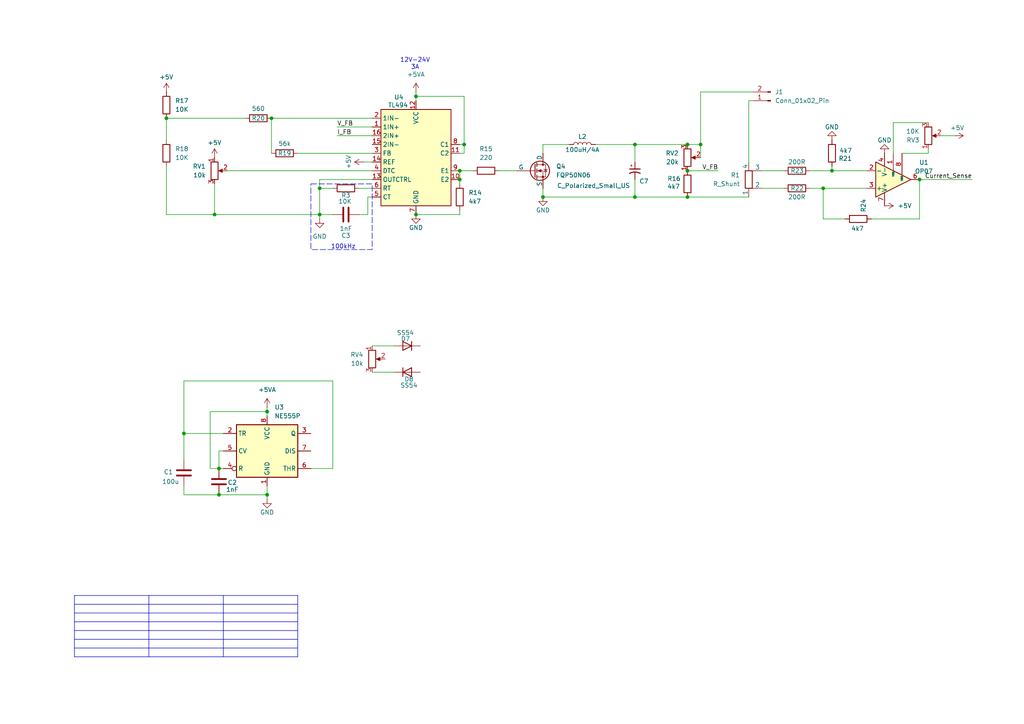
<source format=kicad_sch>
(kicad_sch (version 20250114) (generator "eeschema") (generator_version "9.0")
  (paper "A4")
  (lib_symbols
    (symbol "Amplifier_Operational:OP07" (pin_names (offset 0.127))
      (property "Reference" "U" (at 1.27 6.35 0))
      (property "Value" "OP07" (at 1.27 3.81 0))
      (symbol "OP07_0_1"
        (polyline (pts (xy -5.08 5.08) (xy 5.08 0) (xy -5.08 -5.08) (xy -5.08 5.08)) (stroke (width 0.254)) (fill (type background)))
      )
      (symbol "OP07_1_1"
        (pin input line (at -7.62 2.54 0) (length 2.54) (name "+") (number "3"))
        (pin input line (at -7.62 -2.54 0) (length 2.54) (name "-") (number "2"))
        (pin power_in line (at -2.54 7.62 270) (length 3.81) (name "V+") (number "7"))
        (pin power_in line (at -2.54 -7.62 90) (length 3.81) (name "V-") (number "4"))
        (pin no_connect line (at 0 2.54 270) (length 2.54) (hide yes) (name "NC") (number "5"))
        (pin input line (at 0 -7.62 90) (length 5.08) (name "VOS") (number "1"))
        (pin input line (at 2.54 -7.62 90) (length 6.35) (name "VOS") (number "8"))
        (pin output line (at 7.62 0 180) (length 2.54) (name "~") (number "6"))
      )
    )
    (symbol "Connector:Conn_01x02_Pin" (pin_names (offset 1.016) (hide yes))
      (property "Reference" "J" (at 0 2.54 0))
      (property "Value" "Conn_01x02_Pin" (at 0 -5.08 0))
      (symbol "Conn_01x02_Pin_1_1"
        (rectangle (start 0.8636 0.127) (end 0 -0.127) (stroke (width 0.1524)) (fill (type outline)))
        (rectangle (start 0.8636 -2.413) (end 0 -2.667) (stroke (width 0.1524)) (fill (type outline)))
        (polyline (pts (xy 1.27 0) (xy 0.8636 0)) (stroke (width 0.1524)))
        (polyline (pts (xy 1.27 -2.54) (xy 0.8636 -2.54)) (stroke (width 0.1524)))
        (pin passive line (at 5.08 0 180) (length 3.81) (name "Pin_1") (number "1"))
        (pin passive line (at 5.08 -2.54 180) (length 3.81) (name "Pin_2") (number "2"))
      )
    )
    (symbol "Device:C" (pin_numbers (hide yes)) (pin_names (offset 0.254))
      (property "Reference" "C" (at 0.635 2.54 0))
      (property "Value" "C" (at 0.635 -2.54 0))
      (symbol "C_0_1"
        (polyline (pts (xy -2.032 0.762) (xy 2.032 0.762)) (stroke (width 0.508)))
        (polyline (pts (xy -2.032 -0.762) (xy 2.032 -0.762)) (stroke (width 0.508)))
      )
      (symbol "C_1_1"
        (pin passive line (at 0 3.81 270) (length 2.794) (name "~") (number "1"))
        (pin passive line (at 0 -3.81 90) (length 2.794) (name "~") (number "2"))
      )
    )
    (symbol "Device:C_Polarized_Small_US" (pin_numbers (hide yes)) (pin_names (offset 0.254) (hide yes))
      (property "Reference" "C" (at 0.254 1.778 0))
      (property "Value" "C_Polarized_Small_US" (at 0.254 -2.032 0))
      (symbol "C_Polarized_Small_US_0_1"
        (polyline (pts (xy -1.524 0.508) (xy 1.524 0.508)) (stroke (width 0.3048)))
        (polyline (pts (xy -1.27 1.524) (xy -0.762 1.524)))
        (polyline (pts (xy -1.016 1.27) (xy -1.016 1.778)))
        (arc (start -1.524 -0.762) (mid 0 -0.3734) (end 1.524 -0.762) (stroke (width 0.3048)))
      )
      (symbol "C_Polarized_Small_US_1_1"
        (pin passive line (at 0 2.54 270) (length 2.032) (name "~") (number "1"))
        (pin passive line (at 0 -2.54 90) (length 2.032) (name "~") (number "2"))
      )
    )
    (symbol "Device:D" (pin_numbers (hide yes)) (pin_names (offset 1.016) (hide yes))
      (property "Reference" "D" (at 0 2.54 0))
      (property "Value" "D" (at 0 -2.54 0))
      (symbol "D_0_1"
        (polyline (pts (xy -1.27 1.27) (xy -1.27 -1.27)) (stroke (width 0.254)))
        (polyline (pts (xy 1.27 1.27) (xy 1.27 -1.27) (xy -1.27 0) (xy 1.27 1.27)) (stroke (width 0.254)))
        (polyline (pts (xy 1.27 0) (xy -1.27 0)))
      )
      (symbol "D_1_1"
        (pin passive line (at -3.81 0 0) (length 2.54) (name "K") (number "1"))
        (pin passive line (at 3.81 0 180) (length 2.54) (name "A") (number "2"))
      )
    )
    (symbol "Device:L" (pin_numbers (hide yes)) (pin_names (offset 1.016) (hide yes))
      (property "Reference" "L" (at -1.27 0 90))
      (property "Value" "L" (at 1.905 0 90))
      (symbol "L_0_1"
        (arc (start 0 2.54) (mid 0.6323 1.905) (end 0 1.27))
        (arc (start 0 1.27) (mid 0.6323 0.635) (end 0 0))
        (arc (start 0 0) (mid 0.6323 -0.635) (end 0 -1.27))
        (arc (start 0 -1.27) (mid 0.6323 -1.905) (end 0 -2.54))
      )
      (symbol "L_1_1"
        (pin passive line (at 0 3.81 270) (length 1.27) (name "1") (number "1"))
        (pin passive line (at 0 -3.81 90) (length 1.27) (name "2") (number "2"))
      )
    )
    (symbol "Device:R" (pin_numbers (hide yes)) (pin_names (offset 0))
      (property "Reference" "R" (at 2.032 0 90))
      (property "Value" "R" (at 0 0 90))
      (symbol "R_0_1"
        (rectangle (start -1.016 -2.54) (end 1.016 2.54) (stroke (width 0.254)))
      )
      (symbol "R_1_1"
        (pin passive line (at 0 3.81 270) (length 1.27) (name "~") (number "1"))
        (pin passive line (at 0 -3.81 90) (length 1.27) (name "~") (number "2"))
      )
    )
    (symbol "Device:R_Potentiometer" (pin_names (offset 1.016) (hide yes))
      (property "Reference" "RV" (at -4.445 0 90))
      (property "Value" "R_Potentiometer" (at -2.54 0 90))
      (symbol "R_Potentiometer_0_1"
        (rectangle (start 1.016 2.54) (end -1.016 -2.54) (stroke (width 0.254)))
        (polyline (pts (xy 1.143 0) (xy 2.286 0.508) (xy 2.286 -0.508) (xy 1.143 0)) (fill (type outline)))
        (polyline (pts (xy 2.54 0) (xy 1.524 0)))
      )
      (symbol "R_Potentiometer_1_1"
        (pin passive line (at 0 3.81 270) (length 1.27) (name "1") (number "1"))
        (pin passive line (at 0 -3.81 90) (length 1.27) (name "3") (number "3"))
        (pin passive line (at 3.81 0 180) (length 1.27) (name "2") (number "2"))
      )
    )
    (symbol "Device:R_Shunt" (pin_numbers (hide yes)) (pin_names (offset 0))
      (property "Reference" "R" (at -4.445 0 90))
      (property "Value" "R_Shunt" (at -2.54 0 90))
      (symbol "R_Shunt_0_1"
        (rectangle (start -1.016 -2.54) (end 1.016 2.54) (stroke (width 0.254)))
        (polyline (pts (xy 0 -2.54) (xy 1.27 -2.54)))
        (polyline (pts (xy 1.27 2.54) (xy 0 2.54)))
      )
      (symbol "R_Shunt_1_1"
        (pin passive line (at 0 5.08 270) (length 2.54) (name "1") (number "1"))
        (pin passive line (at 0 -5.08 90) (length 2.54) (name "4") (number "4"))
        (pin passive line (at 3.81 2.54 180) (length 2.54) (name "2") (number "2"))
        (pin passive line (at 3.81 -2.54 180) (length 2.54) (name "3") (number "3"))
      )
    )
    (symbol "Regulator_Controller:TL494"
      (property "Reference" "U" (at 3.81 19.05 0))
      (property "Value" "TL494" (at 3.81 16.51 0))
      (symbol "TL494_0_1"
        (rectangle (start -10.16 -12.7) (end 10.16 15.24) (stroke (width 0.254)) (fill (type background)))
      )
      (symbol "TL494_1_1"
        (pin input line (at -12.7 12.7 0) (length 2.54) (name "1IN-") (number "2"))
        (pin input line (at -12.7 10.16 0) (length 2.54) (name "1IN+") (number "1"))
        (pin input line (at -12.7 7.62 0) (length 2.54) (name "2IN+") (number "16"))
        (pin input line (at -12.7 5.08 0) (length 2.54) (name "2IN-") (number "15"))
        (pin output line (at -12.7 2.54 0) (length 2.54) (name "FB") (number "3"))
        (pin power_out line (at -12.7 0 0) (length 2.54) (name "REF") (number "14"))
        (pin input line (at -12.7 -2.54 0) (length 2.54) (name "DTC") (number "4"))
        (pin input line (at -12.7 -5.08 0) (length 2.54) (name "OUTCTRL") (number "13"))
        (pin passive line (at -12.7 -7.62 0) (length 2.54) (name "RT") (number "6"))
        (pin passive line (at -12.7 -10.16 0) (length 2.54) (name "CT") (number "5"))
        (pin power_in line (at 0 17.78 270) (length 2.54) (name "VCC") (number "12"))
        (pin power_in line (at 0 -15.24 90) (length 2.54) (name "GND") (number "7"))
        (pin passive line (at 12.7 5.08 180) (length 2.54) (name "C1") (number "8"))
        (pin passive line (at 12.7 2.54 180) (length 2.54) (name "C2") (number "11"))
        (pin passive line (at 12.7 -2.54 180) (length 2.54) (name "E1") (number "9"))
        (pin passive line (at 12.7 -5.08 180) (length 2.54) (name "E2") (number "10"))
      )
    )
    (symbol "Simulation_SPICE:NMOS" (pin_numbers (hide yes)) (pin_names (offset 0))
      (property "Reference" "Q" (at 5.08 1.27 0))
      (property "Value" "NMOS" (at 5.08 -1.27 0))
      (symbol "NMOS_0_1"
        (polyline (pts (xy 0.254 1.905) (xy 0.254 -1.905)) (stroke (width 0.254)))
        (polyline (pts (xy 0.254 0) (xy -2.54 0)))
        (polyline (pts (xy 0.762 2.286) (xy 0.762 1.27)) (stroke (width 0.254)))
        (polyline (pts (xy 0.762 0.508) (xy 0.762 -0.508)) (stroke (width 0.254)))
        (polyline (pts (xy 0.762 -1.27) (xy 0.762 -2.286)) (stroke (width 0.254)))
        (polyline (pts (xy 0.762 -1.778) (xy 3.302 -1.778) (xy 3.302 1.778) (xy 0.762 1.778)))
        (polyline (pts (xy 1.016 0) (xy 2.032 0.381) (xy 2.032 -0.381) (xy 1.016 0)) (fill (type outline)))
        (circle (center 1.651 0) (radius 2.794) (stroke (width 0.254)))
        (polyline (pts (xy 2.54 2.54) (xy 2.54 1.778)))
        (circle (center 2.54 1.778) (radius 0.254) (fill (type outline)))
        (circle (center 2.54 -1.778) (radius 0.254) (fill (type outline)))
        (polyline (pts (xy 2.54 -2.54) (xy 2.54 0) (xy 0.762 0)))
        (polyline (pts (xy 2.794 0.508) (xy 2.921 0.381) (xy 3.683 0.381) (xy 3.81 0.254)))
        (polyline (pts (xy 3.302 0.381) (xy 2.921 -0.254) (xy 3.683 -0.254) (xy 3.302 0.381)))
      )
      (symbol "NMOS_1_1"
        (pin input line (at -5.08 0 0) (length 2.54) (name "G") (number "2"))
        (pin passive line (at 2.54 5.08 270) (length 2.54) (name "D") (number "1"))
        (pin passive line (at 2.54 -5.08 90) (length 2.54) (name "S") (number "3"))
      )
    )
    (symbol "Timer:NE555P"
      (property "Reference" "U" (at -10.16 8.89 0))
      (property "Value" "NE555P" (at 2.54 8.89 0))
      (symbol "NE555P_0_0"
        (pin power_in line (at 0 10.16 270) (length 2.54) (name "VCC") (number "8"))
        (pin power_in line (at 0 -10.16 90) (length 2.54) (name "GND") (number "1"))
      )
      (symbol "NE555P_0_1"
        (rectangle (start -8.89 -7.62) (end 8.89 7.62) (stroke (width 0.254)) (fill (type background)))
        (rectangle (start -8.89 -7.62) (end 8.89 7.62) (stroke (width 0.254)) (fill (type background)))
      )
      (symbol "NE555P_1_1"
        (pin input line (at -12.7 5.08 0) (length 3.81) (name "TR") (number "2"))
        (pin input line (at -12.7 0 0) (length 3.81) (name "CV") (number "5"))
        (pin input inverted (at -12.7 -5.08 0) (length 3.81) (name "R") (number "4"))
        (pin output line (at 12.7 5.08 180) (length 3.81) (name "Q") (number "3"))
        (pin input line (at 12.7 0 180) (length 3.81) (name "DIS") (number "7"))
        (pin input line (at 12.7 -5.08 180) (length 3.81) (name "THR") (number "6"))
      )
    )
    (symbol "power:+5V" (power) (pin_numbers (hide yes)) (pin_names (offset 0) (hide yes))
      (property "Value" "+5V" (at 0 3.556 0))
      (symbol "+5V_0_1"
        (polyline (pts (xy -0.762 1.27) (xy 0 2.54)))
        (polyline (pts (xy 0 2.54) (xy 0.762 1.27)))
        (polyline (pts (xy 0 0) (xy 0 2.54)))
      )
      (symbol "+5V_1_1"
        (pin power_in line (at 0 0 90) (length 0) (name "~") (number "1"))
      )
    )
    (symbol "power:+5VA" (power) (pin_numbers (hide yes)) (pin_names (offset 0) (hide yes))
      (property "Value" "+5VA" (at 0 3.556 0))
      (symbol "+5VA_0_1"
        (polyline (pts (xy -0.762 1.27) (xy 0 2.54)))
        (polyline (pts (xy 0 2.54) (xy 0.762 1.27)))
        (polyline (pts (xy 0 0) (xy 0 2.54)))
      )
      (symbol "+5VA_1_1"
        (pin power_in line (at 0 0 90) (length 0) (name "~") (number "1"))
      )
    )
    (symbol "power:GND" (power) (pin_numbers (hide yes)) (pin_names (offset 0) (hide yes))
      (property "Value" "GND" (at 0 -3.81 0))
      (symbol "GND_0_1"
        (polyline (pts (xy 0 0) (xy 0 -1.27) (xy 1.27 -1.27) (xy 0 -2.54) (xy -1.27 -1.27) (xy 0 -1.27)))
      )
      (symbol "GND_1_1"
        (pin power_in line (at 0 0 270) (length 0) (name "~") (number "1"))
      )
    )
  )
  (rectangle (start 90.17 53.34) (end 107.95 72.39) (stroke (width 0) (type dash)))
  (text "100kHz" (at 99.568 71.628 0) (effects (font (size 1.27 1.27))))
  (text "12V-24V\n3A\n" (at 120.396 18.542 0) (effects (font (size 1.27 1.27))))
  (junction (at 199.39 41.91))
  (junction (at 133.35 52.07))
  (junction (at 184.15 57.15))
  (junction (at 133.35 49.53))
  (junction (at 78.74 34.29))
  (junction (at 238.76 54.61))
  (junction (at 266.7 52.07))
  (junction (at 92.71 54.61))
  (junction (at 199.39 49.53))
  (junction (at 48.26 34.29))
  (junction (at 120.65 27.94))
  (junction (at 53.34 125.73))
  (junction (at 120.65 62.23))
  (junction (at 241.3 49.53))
  (junction (at 203.2 41.91))
  (junction (at 157.48 57.15))
  (junction (at 199.39 57.15))
  (junction (at 77.47 143.51))
  (junction (at 184.15 41.91))
  (junction (at 62.23 62.23))
  (junction (at 134.62 41.91))
  (junction (at 92.71 62.23))
  (junction (at 63.5 143.51))
  (junction (at 77.47 119.38))
  (junction (at 63.5 135.89))
  (wire (pts (xy 78.74 34.29) (xy 107.95 34.29)))
  (wire (pts (xy 276.86 39.37) (xy 273.05 39.37)))
  (wire (pts (xy 104.14 54.61) (xy 107.95 54.61)))
  (wire (pts (xy 120.65 27.94) (xy 120.65 29.21)))
  (wire (pts (xy 266.7 63.5) (xy 266.7 52.07)))
  (wire (pts (xy 48.26 48.26) (xy 48.26 62.23)))
  (wire (pts (xy 259.08 44.45) (xy 259.08 35.56)))
  (wire (pts (xy 63.5 130.81) (xy 63.5 135.89)))
  (wire (pts (xy 241.3 49.53) (xy 234.95 49.53)))
  (wire (pts (xy 96.52 54.61) (xy 92.71 54.61)))
  (wire (pts (xy 157.48 54.61) (xy 157.48 57.15)))
  (wire (pts (xy 238.76 54.61) (xy 234.95 54.61)))
  (wire (pts (xy 60.96 135.89) (xy 60.96 119.38)))
  (wire (pts (xy 134.62 27.94) (xy 120.65 27.94)))
  (wire (pts (xy 172.72 41.91) (xy 184.15 41.91)))
  (wire (pts (xy 78.74 34.29) (xy 78.74 44.45)))
  (wire (pts (xy 48.26 34.29) (xy 71.12 34.29)))
  (wire (pts (xy 77.47 144.78) (xy 77.47 143.51)))
  (wire (pts (xy 53.34 140.97) (xy 53.34 143.51)))
  (wire (pts (xy 62.23 62.23) (xy 92.71 62.23)))
  (wire (pts (xy 64.77 130.81) (xy 63.5 130.81)))
  (wire (pts (xy 107.95 107.95) (xy 114.3 107.95)))
  (wire (pts (xy 53.34 110.49) (xy 53.34 125.73)))
  (wire (pts (xy 53.34 143.51) (xy 63.5 143.51)))
  (wire (pts (xy 96.52 110.49) (xy 53.34 110.49)))
  (wire (pts (xy 133.35 52.07) (xy 133.35 53.34)))
  (wire (pts (xy 220.98 49.53) (xy 227.33 49.53)))
  (wire (pts (xy 157.48 41.91) (xy 165.1 41.91)))
  (wire (pts (xy 245.11 63.5) (xy 238.76 63.5)))
  (wire (pts (xy 199.39 57.15) (xy 217.17 57.15)))
  (wire (pts (xy 133.35 49.53) (xy 137.16 49.53)))
  (wire (pts (xy 63.5 135.89) (xy 60.96 135.89)))
  (wire (pts (xy 203.2 41.91) (xy 199.39 41.91)))
  (wire (pts (xy 133.35 62.23) (xy 120.65 62.23)))
  (wire (pts (xy 63.5 143.51) (xy 77.47 143.51)))
  (wire (pts (xy 48.26 34.29) (xy 48.26 40.64)))
  (wire (pts (xy 90.17 135.89) (xy 96.52 135.89)))
  (wire (pts (xy 66.04 49.53) (xy 107.95 49.53)))
  (wire (pts (xy 217.17 29.21) (xy 217.17 46.99)))
  (wire (pts (xy 269.24 44.45) (xy 261.62 44.45)))
  (wire (pts (xy 203.2 26.67) (xy 203.2 41.91)))
  (wire (pts (xy 269.24 44.45) (xy 269.24 43.18)))
  (wire (pts (xy 77.47 119.38) (xy 77.47 120.65)))
  (wire (pts (xy 252.73 63.5) (xy 266.7 63.5)))
  (wire (pts (xy 104.14 62.23) (xy 106.68 62.23)))
  (wire (pts (xy 184.15 57.15) (xy 199.39 57.15)))
  (wire (pts (xy 134.62 41.91) (xy 133.35 41.91)))
  (wire (pts (xy 220.98 54.61) (xy 227.33 54.61)))
  (wire (pts (xy 134.62 41.91) (xy 134.62 44.45)))
  (wire (pts (xy 53.34 125.73) (xy 64.77 125.73)))
  (wire (pts (xy 251.46 49.53) (xy 241.3 49.53)))
  (wire (pts (xy 96.52 62.23) (xy 92.71 62.23)))
  (wire (pts (xy 281.94 52.07) (xy 266.7 52.07)))
  (wire (pts (xy 218.44 29.21) (xy 217.17 29.21)))
  (wire (pts (xy 92.71 52.07) (xy 92.71 54.61)))
  (wire (pts (xy 184.15 52.07) (xy 184.15 57.15)))
  (wire (pts (xy 86.36 44.45) (xy 107.95 44.45)))
  (wire (pts (xy 203.2 45.72) (xy 203.2 41.91)))
  (wire (pts (xy 203.2 26.67) (xy 218.44 26.67)))
  (wire (pts (xy 96.52 135.89) (xy 96.52 110.49)))
  (wire (pts (xy 105.41 46.99) (xy 107.95 46.99)))
  (wire (pts (xy 106.68 57.15) (xy 107.95 57.15)))
  (wire (pts (xy 184.15 41.91) (xy 199.39 41.91)))
  (wire (pts (xy 157.48 44.45) (xy 157.48 41.91)))
  (wire (pts (xy 184.15 57.15) (xy 157.48 57.15)))
  (wire (pts (xy 120.65 26.67) (xy 120.65 27.94)))
  (wire (pts (xy 77.47 118.11) (xy 77.47 119.38)))
  (wire (pts (xy 48.26 62.23) (xy 62.23 62.23)))
  (wire (pts (xy 92.71 62.23) (xy 92.71 63.5)))
  (wire (pts (xy 134.62 27.94) (xy 134.62 41.91)))
  (wire (pts (xy 97.79 36.83) (xy 107.95 36.83)))
  (wire (pts (xy 97.79 39.37) (xy 107.95 39.37)))
  (wire (pts (xy 199.39 49.53) (xy 208.28 49.53)))
  (wire (pts (xy 62.23 53.34) (xy 62.23 62.23)))
  (wire (pts (xy 64.77 135.89) (xy 63.5 135.89)))
  (wire (pts (xy 114.3 100.33) (xy 107.95 100.33)))
  (wire (pts (xy 144.78 49.53) (xy 149.86 49.53)))
  (wire (pts (xy 133.35 62.23) (xy 133.35 60.96)))
  (wire (pts (xy 133.35 49.53) (xy 133.35 52.07)))
  (wire (pts (xy 259.08 35.56) (xy 269.24 35.56)))
  (wire (pts (xy 241.3 49.53) (xy 241.3 48.26)))
  (wire (pts (xy 184.15 41.91) (xy 184.15 46.99)))
  (wire (pts (xy 53.34 133.35) (xy 53.34 125.73)))
  (wire (pts (xy 238.76 63.5) (xy 238.76 54.61)))
  (wire (pts (xy 92.71 54.61) (xy 92.71 62.23)))
  (wire (pts (xy 134.62 44.45) (xy 133.35 44.45)))
  (wire (pts (xy 107.95 52.07) (xy 92.71 52.07)))
  (wire (pts (xy 106.68 62.23) (xy 106.68 57.15)))
  (wire (pts (xy 60.96 119.38) (xy 77.47 119.38)))
  (wire (pts (xy 77.47 143.51) (xy 77.47 140.97)))
  (wire (pts (xy 251.46 54.61) (xy 238.76 54.61)))
  (table (column_count 3) (border (external yes) (header yes) (stroke (width 1))) (separators (rows yes) (cols yes)) (column_widths 21.59 21.59 21.59) (row_heights 2.54 2.54 2.54 2.54 2.54 2.54 2.54) (cells (table_cell "" (at 21.59 172.72 0) (size 21.59 2.54) (margins 0.9525 0.9525 0.9525 0.9525) (span 1 1)) (table_cell "" (at 43.18 172.72 0) (size 21.59 2.54) (margins 0.9525 0.9525 0.9525 0.9525) (span 1 1)) (table_cell "" (at 64.77 172.72 0) (size 21.59 2.54) (margins 0.9525 0.9525 0.9525 0.9525) (span 1 1)) (table_cell "" (at 21.59 175.26 0) (size 21.59 2.54) (margins 0.9525 0.9525 0.9525 0.9525) (span 1 1)) (table_cell "" (at 43.18 175.26 0) (size 21.59 2.54) (margins 0.9525 0.9525 0.9525 0.9525) (span 1 1)) (table_cell "" (at 64.77 175.26 0) (size 21.59 2.54) (margins 0.9525 0.9525 0.9525 0.9525) (span 1 1)) (table_cell "" (at 21.59 177.8 0) (size 21.59 2.54) (margins 0.9525 0.9525 0.9525 0.9525) (span 1 1)) (table_cell "" (at 43.18 177.8 0) (size 21.59 2.54) (margins 0.9525 0.9525 0.9525 0.9525) (span 1 1)) (table_cell "" (at 64.77 177.8 0) (size 21.59 2.54) (margins 0.9525 0.9525 0.9525 0.9525) (span 1 1)) (table_cell "" (at 21.59 180.34 0) (size 21.59 2.54) (margins 0.9525 0.9525 0.9525 0.9525) (span 1 1)) (table_cell "" (at 43.18 180.34 0) (size 21.59 2.54) (margins 0.9525 0.9525 0.9525 0.9525) (span 1 1)) (table_cell "" (at 64.77 180.34 0) (size 21.59 2.54) (margins 0.9525 0.9525 0.9525 0.9525) (span 1 1)) (table_cell "" (at 21.59 182.88 0) (size 21.59 2.54) (margins 0.9525 0.9525 0.9525 0.9525) (span 1 1)) (table_cell "" (at 43.18 182.88 0) (size 21.59 2.54) (margins 0.9525 0.9525 0.9525 0.9525) (span 1 1)) (table_cell "" (at 64.77 182.88 0) (size 21.59 2.54) (margins 0.9525 0.9525 0.9525 0.9525) (span 1 1)) (table_cell "" (at 21.59 185.42 0) (size 21.59 2.54) (margins 0.9525 0.9525 0.9525 0.9525) (span 1 1)) (table_cell "" (at 43.18 185.42 0) (size 21.59 2.54) (margins 0.9525 0.9525 0.9525 0.9525) (span 1 1)) (table_cell "" (at 64.77 185.42 0) (size 21.59 2.54) (margins 0.9525 0.9525 0.9525 0.9525) (span 1 1)) (table_cell "" (at 21.59 187.96 0) (size 21.59 2.54) (margins 0.9525 0.9525 0.9525 0.9525) (span 1 1)) (table_cell "" (at 43.18 187.96 0) (size 21.59 2.54) (margins 0.9525 0.9525 0.9525 0.9525) (span 1 1)) (table_cell "" (at 64.77 187.96 0) (size 21.59 2.54) (margins 0.9525 0.9525 0.9525 0.9525) (span 1 1))))
  (label "V_FB" (at 208.28 49.53 180))
  (label "V_FB" (at 97.79 36.83 0))
  (label "Current_Sense" (at 281.94 52.07 180))
  (label "I_FB" (at 97.79 39.37 0))
  (symbol (lib_id "Simulation_SPICE:NMOS") (at 154.94 49.53 0) (unit 1)
    (property "Reference" "Q4" (at 161.29 48.2599 0) (effects (justify left)))
    (property "Value" "FQP50N06" (at 161.29 50.7999 0) (effects (justify left)))
    (property "Datasheet" "https://ngspice.sourceforge.io/docs/ngspice-html-manual/manual.xhtml#cha_MOSFETs" (effects (hide yes)))
    (property "Description" "N-MOSFET transistor, drain/source/gate" (effects (hide yes)))
    (property "Sim.Device" "NMOS" (effects (hide yes)))
    (property "Sim.Type" "VDMOS" (effects (hide yes)))
    (property "Sim.Pins" "1=D 2=G 3=S" (effects (hide yes)))
  )
  (symbol (lib_id "Device:R") (at 248.92 63.5 270) (unit 1)
    (property "Reference" "R24" (at 250.444 57.658 0) (effects (justify left)))
    (property "Value" "4k7" (at 246.888 66.294 90) (effects (justify left)))
    (property "Description" "Resistor" (effects (hide yes)))
  )
  (symbol (lib_id "Device:R") (at 74.93 34.29 90) (unit 1)
    (property "Reference" "R20" (at 74.93 34.29 90))
    (property "Value" "560" (at 74.93 31.496 90))
    (property "Description" "Resistor" (effects (hide yes)))
  )
  (symbol (lib_id "Device:D") (at 118.11 100.33 180) (unit 1)
    (property "Reference" "D7" (at 117.602 98.298 0))
    (property "Value" "SS54" (at 117.602 96.52 0))
    (property "Description" "Diode" (effects (hide yes)))
    (property "Sim.Device" "D" (effects (hide yes)))
    (property "Sim.Pins" "1=K 2=A" (effects (hide yes)))
  )
  (symbol (lib_id "Device:R_Shunt") (at 217.17 52.07 0) (mirror x) (unit 1)
    (property "Reference" "R1" (at 214.63 50.7999 0) (effects (justify right)))
    (property "Value" "R_Shunt" (at 214.63 53.3399 0) (effects (justify right)))
    (property "Description" "Shunt resistor" (effects (hide yes)))
  )
  (symbol (lib_id "Amplifier_Operational:OP07") (at 259.08 52.07 0) (mirror x) (unit 1)
    (property "Reference" "U1" (at 267.97 47.1168 0))
    (property "Value" "OP07" (at 267.97 49.6568 0))
    (property "Datasheet" "https://www.analog.com/media/en/technical-documentation/data-sheets/OP07.pdf" (effects (hide yes)))
    (property "Description" "Single Ultra-Low Offset Voltage Operational Amplifier, DIP-8/SOIC-8" (effects (hide yes)))
  )
  (symbol (lib_id "Device:R_Potentiometer") (at 269.24 39.37 0) (mirror x) (unit 1)
    (property "Reference" "RV3" (at 266.7 40.6401 0) (effects (justify right)))
    (property "Value" "10K" (at 266.7 38.1001 0) (effects (justify right)))
    (property "Description" "Potentiometer" (effects (hide yes)))
  )
  (symbol (lib_id "power:GND") (at 241.3 40.64 180) (unit 1)
    (property "Reference" "#PWR014" (effects (hide yes)))
    (property "Value" "GND" (at 241.3 36.83 0))
    (property "Description" "Power symbol creates a global label with name \"GND\" , ground" (effects (hide yes)))
  )
  (symbol (lib_id "Device:R") (at 231.14 49.53 90) (mirror x) (unit 1)
    (property "Reference" "R23" (at 233.172 49.53 90) (effects (justify left)))
    (property "Value" "200R" (at 233.68 46.99 90) (effects (justify left)))
    (property "Description" "Resistor" (effects (hide yes)))
  )
  (symbol (lib_id "power:+5V") (at 256.54 59.69 270) (unit 1)
    (property "Reference" "#PWR01" (effects (hide yes)))
    (property "Value" "+5V" (at 260.35 59.6901 90) (effects (justify left)))
    (property "Description" "Power symbol creates a global label with name \"+5V\"" (effects (hide yes)))
  )
  (symbol (lib_id "Device:R_Potentiometer") (at 107.95 104.14 0) (unit 1)
    (property "Reference" "RV4" (at 105.41 102.8699 0) (effects (justify right)))
    (property "Value" "10k" (at 105.41 105.4099 0) (effects (justify right)))
    (property "Description" "Potentiometer" (effects (hide yes)))
  )
  (symbol (lib_id "power:+5VA") (at 120.65 26.67 0) (unit 1)
    (property "Reference" "#PWR04" (effects (hide yes)))
    (property "Value" "+5VA" (at 120.65 21.59 0))
    (property "Description" "Power symbol creates a global label with name \"+5VA\"" (effects (hide yes)))
  )
  (symbol (lib_id "power:+5VA") (at 77.47 118.11 0) (unit 1)
    (property "Reference" "#PWR03" (effects (hide yes)))
    (property "Value" "+5VA" (at 77.47 113.03 0))
    (property "Description" "Power symbol creates a global label with name \"+5VA\"" (effects (hide yes)))
  )
  (symbol (lib_id "power:GND") (at 157.48 57.15 0) (unit 1)
    (property "Reference" "#PWR011" (effects (hide yes)))
    (property "Value" "GND" (at 157.48 60.96 0))
    (property "Description" "Power symbol creates a global label with name \"GND\" , ground" (effects (hide yes)))
  )
  (symbol (lib_id "Device:R") (at 231.14 54.61 90) (unit 1)
    (property "Reference" "R22" (at 233.172 54.61 90) (effects (justify left)))
    (property "Value" "200R" (at 233.68 57.15 90) (effects (justify left)))
    (property "Description" "Resistor" (effects (hide yes)))
  )
  (symbol (lib_id "Device:R") (at 48.26 44.45 0) (unit 1)
    (property "Reference" "R18" (at 50.8 43.1799 0) (effects (justify left)))
    (property "Value" "10K" (at 50.8 45.7199 0) (effects (justify left)))
    (property "Description" "Resistor" (effects (hide yes)))
  )
  (symbol (lib_id "power:+5V") (at 62.23 45.72 0) (unit 1)
    (property "Reference" "#PWR013" (effects (hide yes)))
    (property "Value" "+5V" (at 62.23 41.402 0))
    (property "Description" "Power symbol creates a global label with name \"+5V\"" (effects (hide yes)))
  )
  (symbol (lib_id "Timer:NE555P") (at 77.47 130.81 0) (unit 1)
    (property "Reference" "U3" (at 79.6133 118.11 0) (effects (justify left)))
    (property "Value" "NE555P" (at 79.6133 120.65 0) (effects (justify left)))
    (property "Footprint" "Package_DIP:DIP-8_W7.62mm" (effects (hide yes)))
    (property "Datasheet" "http://www.ti.com/lit/ds/symlink/ne555.pdf" (effects (hide yes)))
    (property "Description" "Precision Timers, 555 compatible,  PDIP-8" (effects (hide yes)))
  )
  (symbol (lib_id "Device:R_Potentiometer") (at 199.39 45.72 0) (mirror x) (unit 1)
    (property "Reference" "RV2" (at 196.85 44.4499 0) (effects (justify right)))
    (property "Value" "20k" (at 196.85 46.9899 0) (effects (justify right)))
    (property "Description" "Potentiometer" (effects (hide yes)))
  )
  (symbol (lib_id "Device:C_Polarized_Small_US") (at 184.15 49.53 0) (unit 1)
    (property "Reference" "C7" (at 185.42 52.578 0) (effects (justify left)))
    (property "Value" "C_Polarized_Small_US" (at 161.544 53.848 0) (effects (justify left)))
    (property "Description" "Polarized capacitor, small US symbol" (effects (hide yes)))
  )
  (symbol (lib_id "Device:C") (at 63.5 139.7 0) (unit 1)
    (property "Reference" "C2" (at 66.04 139.954 0) (effects (justify left)))
    (property "Value" "1nF" (at 65.532 141.986 0) (effects (justify left)))
    (property "Description" "Unpolarized capacitor" (effects (hide yes)))
  )
  (symbol (lib_id "Device:D") (at 118.11 107.95 0) (unit 1)
    (property "Reference" "D8" (at 118.618 109.982 0))
    (property "Value" "SS54" (at 118.618 111.76 0))
    (property "Description" "Diode" (effects (hide yes)))
    (property "Sim.Device" "D" (effects (hide yes)))
    (property "Sim.Pins" "1=K 2=A" (effects (hide yes)))
  )
  (symbol (lib_id "Device:R") (at 82.55 44.45 90) (unit 1)
    (property "Reference" "R19" (at 82.55 44.45 90))
    (property "Value" "56k" (at 82.55 41.656 90))
    (property "Description" "Resistor" (effects (hide yes)))
  )
  (symbol (lib_id "power:GND") (at 256.54 44.45 180) (unit 1)
    (property "Reference" "#PWR015" (effects (hide yes)))
    (property "Value" "GND" (at 256.54 40.64 0))
    (property "Description" "Power symbol creates a global label with name \"GND\" , ground" (effects (hide yes)))
  )
  (symbol (lib_id "Device:R") (at 100.33 54.61 90) (unit 1)
    (property "Reference" "R3" (at 100.33 56.642 90))
    (property "Value" "10K" (at 100.076 58.42 90))
    (property "Description" "Resistor" (effects (hide yes)))
  )
  (symbol (lib_id "power:GND") (at 92.71 63.5 0) (unit 1)
    (property "Reference" "#PWR05" (effects (hide yes)))
    (property "Value" "GND" (at 92.71 68.58 0))
    (property "Description" "Power symbol creates a global label with name \"GND\" , ground" (effects (hide yes)))
  )
  (symbol (lib_id "power:+5V") (at 276.86 39.37 270) (unit 1)
    (property "Reference" "#PWR02" (effects (hide yes)))
    (property "Value" "+5V" (at 275.59 37.084 90) (effects (justify left)))
    (property "Description" "Power symbol creates a global label with name \"+5V\"" (effects (hide yes)))
  )
  (symbol (lib_id "power:GND") (at 120.65 62.23 0) (unit 1)
    (property "Reference" "#PWR07" (effects (hide yes)))
    (property "Value" "GND" (at 120.65 66.04 0))
    (property "Description" "Power symbol creates a global label with name \"GND\" , ground" (effects (hide yes)))
  )
  (symbol (lib_id "power:+5V") (at 48.26 26.67 0) (unit 1)
    (property "Reference" "#PWR010" (effects (hide yes)))
    (property "Value" "+5V" (at 48.26 22.352 0))
    (property "Description" "Power symbol creates a global label with name \"+5V\"" (effects (hide yes)))
  )
  (symbol (lib_id "Device:R") (at 133.35 57.15 0) (unit 1)
    (property "Reference" "R14" (at 135.89 55.8799 0) (effects (justify left)))
    (property "Value" "4k7" (at 135.89 58.4199 0) (effects (justify left)))
    (property "Description" "Resistor" (effects (hide yes)))
  )
  (symbol (lib_id "Regulator_Controller:TL494") (at 120.65 46.99 0) (unit 1)
    (property "Reference" "U4" (at 114.3 28.194 0) (effects (justify left)))
    (property "Value" "TL494" (at 112.522 30.48 0) (effects (justify left)))
    (property "Datasheet" "http://www.ti.com/lit/ds/symlink/tl494.pdf" (effects (hide yes)))
    (property "Description" "Pulse-Width-Modulation Control Circuits, PDIP-16/SOIC-16/TSSOP-16" (effects (hide yes)))
  )
  (symbol (lib_id "Device:C") (at 100.33 62.23 90) (unit 1)
    (property "Reference" "C3" (at 100.33 68.326 90))
    (property "Value" "1nF" (at 100.33 66.294 90))
    (property "Description" "Unpolarized capacitor" (effects (hide yes)))
  )
  (symbol (lib_id "Device:R") (at 140.97 49.53 270) (unit 1)
    (property "Reference" "R15" (at 140.97 43.18 90))
    (property "Value" "220" (at 140.97 45.72 90))
    (property "Description" "Resistor" (effects (hide yes)))
  )
  (symbol (lib_id "Device:R") (at 241.3 44.45 180) (unit 1)
    (property "Reference" "R21" (at 247.142 45.974 0) (effects (justify left)))
    (property "Value" "4k7" (at 247.142 43.688 0) (effects (justify left)))
    (property "Description" "Resistor" (effects (hide yes)))
  )
  (symbol (lib_id "Device:C") (at 53.34 137.16 0) (unit 1)
    (property "Reference" "C1" (at 47.498 136.906 0) (effects (justify left)))
    (property "Value" "100u" (at 46.99 139.7 0) (effects (justify left)))
    (property "Description" "Unpolarized capacitor" (effects (hide yes)))
  )
  (symbol (lib_id "power:+5V") (at 105.41 46.99 90) (unit 1)
    (property "Reference" "#PWR012" (effects (hide yes)))
    (property "Value" "+5V" (at 101.092 46.99 0))
    (property "Description" "Power symbol creates a global label with name \"+5V\"" (effects (hide yes)))
  )
  (symbol (lib_id "Device:R_Potentiometer") (at 62.23 49.53 0) (unit 1)
    (property "Reference" "RV1" (at 59.69 48.2599 0) (effects (justify right)))
    (property "Value" "10k" (at 59.69 50.7999 0) (effects (justify right)))
    (property "Description" "Potentiometer" (effects (hide yes)))
  )
  (symbol (lib_id "Device:L") (at 168.91 41.91 90) (unit 1)
    (property "Reference" "L2" (at 168.91 39.624 90))
    (property "Value" "100uH/4A" (at 168.91 43.434 90))
    (property "Description" "Inductor" (effects (hide yes)))
  )
  (symbol (lib_id "Connector:Conn_01x02_Pin") (at 223.52 29.21 180) (unit 1)
    (property "Reference" "J1" (at 224.79 26.6699 0) (effects (justify right)))
    (property "Value" "Conn_01x02_Pin" (at 224.79 29.2099 0) (effects (justify right)))
    (property "Description" "Generic connector, single row, 01x02, script generated" (effects (hide yes)))
  )
  (symbol (lib_id "power:GND") (at 77.47 144.78 0) (unit 1)
    (property "Reference" "#PWR09" (effects (hide yes)))
    (property "Value" "GND" (at 77.47 148.59 0))
    (property "Description" "Power symbol creates a global label with name \"GND\" , ground" (effects (hide yes)))
  )
  (symbol (lib_id "Device:R") (at 199.39 53.34 0) (unit 1)
    (property "Reference" "R16" (at 193.548 51.816 0) (effects (justify left)))
    (property "Value" "4k7" (at 193.548 54.102 0) (effects (justify left)))
    (property "Description" "Resistor" (effects (hide yes)))
  )
  (symbol (lib_id "Device:R") (at 48.26 30.48 0) (unit 1)
    (property "Reference" "R17" (at 50.8 29.2099 0) (effects (justify left)))
    (property "Value" "10K" (at 50.8 31.7499 0) (effects (justify left)))
    (property "Description" "Resistor" (effects (hide yes)))
  )
)
</source>
